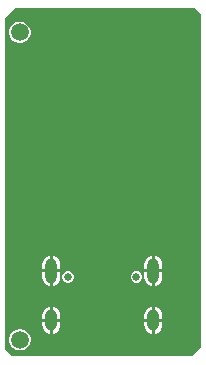
<source format=gbl>
G04*
G04 #@! TF.GenerationSoftware,Altium Limited,Altium Designer,24.2.2 (26)*
G04*
G04 Layer_Physical_Order=2*
G04 Layer_Color=16711680*
%FSLAX44Y44*%
%MOMM*%
G71*
G04*
G04 #@! TF.SameCoordinates,EEB9E67A-43F7-4525-8043-77EAD86446EF*
G04*
G04*
G04 #@! TF.FilePolarity,Positive*
G04*
G01*
G75*
%ADD36C,0.6604*%
%ADD37O,0.9906X2.1082*%
%ADD38O,0.9906X1.8034*%
%ADD39C,1.5000*%
%ADD40C,0.6096*%
G36*
X166370Y294640D02*
Y12700D01*
X158750Y5080D01*
X6350D01*
X-0Y11430D01*
X0Y290830D01*
X8890Y299720D01*
X161290D01*
X166370Y294640D01*
D02*
G37*
%LPC*%
G36*
X13888Y288424D02*
X11512D01*
X9217Y287809D01*
X7159Y286621D01*
X5479Y284941D01*
X4291Y282883D01*
X3676Y280588D01*
Y278212D01*
X4291Y275917D01*
X5479Y273859D01*
X7159Y272179D01*
X9217Y270991D01*
X11512Y270376D01*
X13888D01*
X16183Y270991D01*
X18241Y272179D01*
X19921Y273859D01*
X21109Y275917D01*
X21724Y278212D01*
Y280588D01*
X21109Y282883D01*
X19921Y284941D01*
X18241Y286621D01*
X16183Y287809D01*
X13888Y288424D01*
D02*
G37*
G36*
X40520Y90346D02*
Y78638D01*
X46808D01*
Y82956D01*
X46550Y84912D01*
X45795Y86735D01*
X44594Y88300D01*
X43029Y89501D01*
X41206Y90256D01*
X40520Y90346D01*
D02*
G37*
G36*
X126920D02*
Y78638D01*
X133208D01*
Y82956D01*
X132950Y84912D01*
X132195Y86735D01*
X130994Y88300D01*
X129429Y89501D01*
X127606Y90256D01*
X126920Y90346D01*
D02*
G37*
G36*
X37980D02*
X37294Y90256D01*
X35471Y89501D01*
X33906Y88300D01*
X32705Y86735D01*
X31950Y84912D01*
X31692Y82956D01*
Y78638D01*
X37980D01*
Y90346D01*
D02*
G37*
G36*
X124380D02*
X123694Y90256D01*
X121871Y89501D01*
X120306Y88300D01*
X119105Y86735D01*
X118350Y84912D01*
X118092Y82956D01*
Y78638D01*
X124380D01*
Y90346D01*
D02*
G37*
G36*
X112310Y77194D02*
X110390D01*
X108616Y76459D01*
X107259Y75102D01*
X106524Y73328D01*
Y71408D01*
X107259Y69634D01*
X108616Y68277D01*
X110390Y67542D01*
X112310D01*
X114084Y68277D01*
X115441Y69634D01*
X116176Y71408D01*
Y73328D01*
X115441Y75102D01*
X114084Y76459D01*
X112310Y77194D01*
D02*
G37*
G36*
X54510D02*
X52590D01*
X50816Y76459D01*
X49459Y75102D01*
X48724Y73328D01*
Y71408D01*
X49459Y69634D01*
X50816Y68277D01*
X52590Y67542D01*
X54510D01*
X56284Y68277D01*
X57641Y69634D01*
X58376Y71408D01*
Y73328D01*
X57641Y75102D01*
X56284Y76459D01*
X54510Y77194D01*
D02*
G37*
G36*
X46808Y76098D02*
X40520D01*
Y64390D01*
X41206Y64480D01*
X43029Y65235D01*
X44594Y66436D01*
X45795Y68001D01*
X46550Y69824D01*
X46808Y71780D01*
Y76098D01*
D02*
G37*
G36*
X133208D02*
X126920D01*
Y64390D01*
X127606Y64480D01*
X129429Y65235D01*
X130994Y66436D01*
X132195Y68001D01*
X132950Y69824D01*
X133208Y71780D01*
Y76098D01*
D02*
G37*
G36*
X124380D02*
X118092D01*
Y71780D01*
X118350Y69824D01*
X119105Y68001D01*
X120306Y66436D01*
X121871Y65235D01*
X123694Y64480D01*
X124380Y64390D01*
Y76098D01*
D02*
G37*
G36*
X37980D02*
X31692D01*
Y71780D01*
X31950Y69824D01*
X32705Y68001D01*
X33906Y66436D01*
X35471Y65235D01*
X37294Y64480D01*
X37980Y64390D01*
Y76098D01*
D02*
G37*
G36*
X40520Y47023D02*
Y36838D01*
X46808D01*
Y39632D01*
X46550Y41588D01*
X45795Y43411D01*
X44594Y44976D01*
X43029Y46177D01*
X41206Y46932D01*
X40520Y47023D01*
D02*
G37*
G36*
X126920D02*
Y36838D01*
X133208D01*
Y39632D01*
X132950Y41588D01*
X132195Y43411D01*
X130994Y44976D01*
X129429Y46177D01*
X127606Y46932D01*
X126920Y47023D01*
D02*
G37*
G36*
X37980D02*
X37294Y46932D01*
X35471Y46177D01*
X33906Y44976D01*
X32705Y43411D01*
X31950Y41588D01*
X31692Y39632D01*
Y36838D01*
X37980D01*
Y47023D01*
D02*
G37*
G36*
X124380D02*
X123694Y46932D01*
X121871Y46177D01*
X120306Y44976D01*
X119105Y43411D01*
X118350Y41588D01*
X118092Y39632D01*
Y36838D01*
X124380D01*
Y47023D01*
D02*
G37*
G36*
X46808Y34298D02*
X40520D01*
Y24114D01*
X41206Y24204D01*
X43029Y24959D01*
X44594Y26160D01*
X45795Y27725D01*
X46550Y29548D01*
X46808Y31504D01*
Y34298D01*
D02*
G37*
G36*
X133208D02*
X126920D01*
Y24114D01*
X127606Y24204D01*
X129429Y24959D01*
X130994Y26160D01*
X132195Y27725D01*
X132950Y29548D01*
X133208Y31504D01*
Y34298D01*
D02*
G37*
G36*
X124380D02*
X118092D01*
Y31504D01*
X118350Y29548D01*
X119105Y27725D01*
X120306Y26160D01*
X121871Y24959D01*
X123694Y24204D01*
X124380Y24114D01*
Y34298D01*
D02*
G37*
G36*
X37980D02*
X31692D01*
Y31504D01*
X31950Y29548D01*
X32705Y27725D01*
X33906Y26160D01*
X35471Y24959D01*
X37294Y24204D01*
X37980Y24114D01*
Y34298D01*
D02*
G37*
G36*
X13888Y28074D02*
X11512D01*
X9217Y27459D01*
X7159Y26271D01*
X5479Y24591D01*
X4291Y22533D01*
X3676Y20238D01*
Y17862D01*
X4291Y15567D01*
X5479Y13509D01*
X7159Y11829D01*
X9217Y10641D01*
X11512Y10026D01*
X13888D01*
X16183Y10641D01*
X18241Y11829D01*
X19921Y13509D01*
X21109Y15567D01*
X21724Y17862D01*
Y20238D01*
X21109Y22533D01*
X19921Y24591D01*
X18241Y26271D01*
X16183Y27459D01*
X13888Y28074D01*
D02*
G37*
%LPD*%
D36*
X53550Y72368D02*
D03*
X111350D02*
D03*
D37*
X39250Y77368D02*
D03*
X125650D02*
D03*
D38*
Y35568D02*
D03*
X39250D02*
D03*
D39*
X12700Y19050D02*
D03*
Y279400D02*
D03*
X152400D02*
D03*
Y19050D02*
D03*
D40*
X125650Y79481D02*
Y82829D01*
Y77368D02*
Y79481D01*
Y71907D02*
Y77368D01*
X39250Y31631D02*
Y39505D01*
X125650Y31631D02*
Y39505D01*
X39250Y71907D02*
Y82829D01*
M02*

</source>
